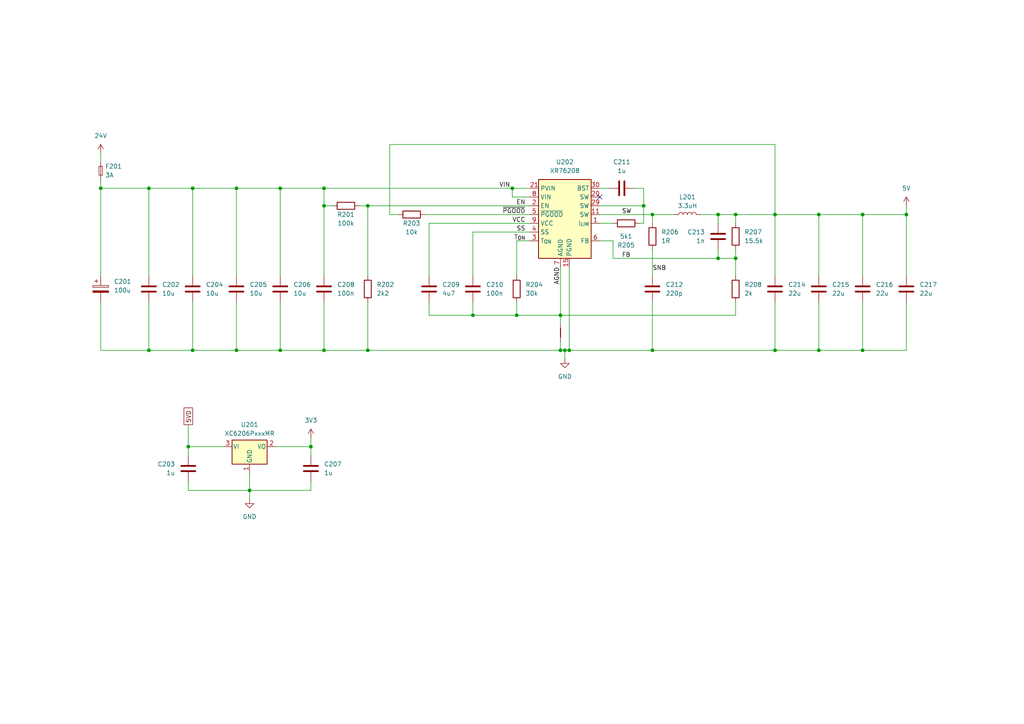
<source format=kicad_sch>
(kicad_sch (version 20250114) (generator "eeschema") (generator_version "9.0")
  (paper "A4")
  (title_block (title "EWS - Power, CANbus and USB HAT for 3D Printers") (date "2025-12-04") (rev "0.1") (company "Eduard Iten"))
  (lib_symbols
    (symbol "Device:C" (pin_numbers (hide yes)) (pin_names (offset 0.254))
      (property "Reference" "C" (at 0.635 2.54 0))
      (property "Value" "C" (at 0.635 -2.54 0))
      (symbol "C_0_1"
        (polyline (pts (xy -2.032 0.762) (xy 2.032 0.762)) (stroke (width 0.508)))
        (polyline (pts (xy -2.032 -0.762) (xy 2.032 -0.762)) (stroke (width 0.508)))
      )
      (symbol "C_1_1"
        (pin passive line (at 0 3.81 270) (length 2.794) (name "~") (number "1"))
        (pin passive line (at 0 -3.81 90) (length 2.794) (name "~") (number "2"))
      )
    )
    (symbol "Device:C_Polarized" (pin_numbers (hide yes)) (pin_names (offset 0.254))
      (property "Reference" "C" (at 0.635 2.54 0))
      (property "Value" "C_Polarized" (at 0.635 -2.54 0))
      (symbol "C_Polarized_0_1"
        (rectangle (start -2.286 0.508) (end 2.286 1.016))
        (polyline (pts (xy -1.778 2.286) (xy -0.762 2.286)))
        (polyline (pts (xy -1.27 2.794) (xy -1.27 1.778)))
        (rectangle (start 2.286 -0.508) (end -2.286 -1.016) (fill (type outline)))
      )
      (symbol "C_Polarized_1_1"
        (pin passive line (at 0 3.81 270) (length 2.794) (name "~") (number "1"))
        (pin passive line (at 0 -3.81 90) (length 2.794) (name "~") (number "2"))
      )
    )
    (symbol "Device:Fuse_Small" (pin_numbers (hide yes)) (pin_names (offset 0.254) (hide yes))
      (property "Reference" "F" (at 0 -1.524 0))
      (property "Value" "Fuse_Small" (at 0 1.524 0))
      (symbol "Fuse_Small_0_1"
        (rectangle (start -1.27 0.508) (end 1.27 -0.508))
        (polyline (pts (xy -1.27 0) (xy 1.27 0)))
      )
      (symbol "Fuse_Small_1_1"
        (pin passive line (at -2.54 0 0) (length 1.27) (name "~") (number "1"))
        (pin passive line (at 2.54 0 180) (length 1.27) (name "~") (number "2"))
      )
    )
    (symbol "Device:L" (pin_numbers (hide yes)) (pin_names (offset 1.016) (hide yes))
      (property "Reference" "L" (at -1.27 0 90))
      (property "Value" "L" (at 1.905 0 90))
      (symbol "L_0_1"
        (arc (start 0 2.54) (mid 0.6323 1.905) (end 0 1.27))
        (arc (start 0 1.27) (mid 0.6323 0.635) (end 0 0))
        (arc (start 0 0) (mid 0.6323 -0.635) (end 0 -1.27))
        (arc (start 0 -1.27) (mid 0.6323 -1.905) (end 0 -2.54))
      )
      (symbol "L_1_1"
        (pin passive line (at 0 3.81 270) (length 1.27) (name "1") (number "1"))
        (pin passive line (at 0 -3.81 90) (length 1.27) (name "2") (number "2"))
      )
    )
    (symbol "Device:NetTie_2" (pin_numbers (hide yes)) (pin_names (offset 0) (hide yes)) (in_bom no)
      (property "Reference" "NT" (at 0 1.27 0))
      (property "Value" "NetTie_2" (at 0 -1.27 0))
      (symbol "NetTie_2_0_1"
        (polyline (pts (xy -1.27 0) (xy 1.27 0)) (stroke (width 0.254)))
      )
      (symbol "NetTie_2_1_1"
        (pin passive line (at -2.54 0 0) (length 2.54) (name "1") (number "1"))
        (pin passive line (at 2.54 0 180) (length 2.54) (name "2") (number "2"))
      )
    )
    (symbol "Device:R" (pin_numbers (hide yes)) (pin_names (offset 0))
      (property "Reference" "R" (at 2.032 0 90))
      (property "Value" "R" (at 0 0 90))
      (symbol "R_0_1"
        (rectangle (start -1.016 -2.54) (end 1.016 2.54) (stroke (width 0.254)))
      )
      (symbol "R_1_1"
        (pin passive line (at 0 3.81 270) (length 1.27) (name "~") (number "1"))
        (pin passive line (at 0 -3.81 90) (length 1.27) (name "~") (number "2"))
      )
    )
    (symbol "Regulator_Linear:XC6206PxxxMR" (pin_names (offset 0.254))
      (property "Reference" "U" (at -3.81 3.175 0))
      (property "Value" "XC6206PxxxMR" (at 0 3.175 0))
      (symbol "XC6206PxxxMR_0_1"
        (rectangle (start -5.08 1.905) (end 5.08 -5.08) (stroke (width 0.254)) (fill (type background)))
      )
      (symbol "XC6206PxxxMR_1_1"
        (pin power_in line (at -7.62 0 0) (length 2.54) (name "VI") (number "3"))
        (pin power_in line (at 0 -7.62 90) (length 2.54) (name "GND") (number "1"))
        (pin power_out line (at 7.62 0 180) (length 2.54) (name "VO") (number "2"))
      )
    )
    (symbol "power:+24V" (power) (pin_numbers (hide yes)) (pin_names (offset 0) (hide yes))
      (property "Value" "+24V" (at 0 3.556 0))
      (symbol "+24V_0_1"
        (polyline (pts (xy -0.762 1.27) (xy 0 2.54)))
        (polyline (pts (xy 0 2.54) (xy 0.762 1.27)))
        (polyline (pts (xy 0 0) (xy 0 2.54)))
      )
      (symbol "+24V_1_1"
        (pin power_in line (at 0 0 90) (length 0) (name "~") (number "1"))
      )
    )
    (symbol "power:+3.3V" (power) (pin_numbers (hide yes)) (pin_names (offset 0) (hide yes))
      (property "Value" "+3.3V" (at 0 3.556 0))
      (symbol "+3.3V_0_1"
        (polyline (pts (xy -0.762 1.27) (xy 0 2.54)))
        (polyline (pts (xy 0 2.54) (xy 0.762 1.27)))
        (polyline (pts (xy 0 0) (xy 0 2.54)))
      )
      (symbol "+3.3V_1_1"
        (pin power_in line (at 0 0 90) (length 0) (name "~") (number "1"))
      )
    )
    (symbol "power:GND" (power) (pin_numbers (hide yes)) (pin_names (offset 0) (hide yes))
      (property "Value" "GND" (at 0 -3.81 0))
      (symbol "GND_0_1"
        (polyline (pts (xy 0 0) (xy 0 -1.27) (xy 1.27 -1.27) (xy 0 -2.54) (xy -1.27 -1.27) (xy 0 -1.27)))
      )
      (symbol "GND_1_1"
        (pin power_in line (at 0 0 270) (length 0) (name "~") (number "1"))
      )
    )
    (symbol "project:XR76208"
      (property "Reference" "U" (at 0 15.24 0))
      (property "Value" "XR76208" (at 0 12.7 0))
      (symbol "XR76208_1_1"
        (rectangle (start -7.62 11.43) (end 7.62 -11.43) (stroke (width 0.254)) (fill (type background)))
        (pin power_in line (at -10.16 8.89 0) (length 2.54) (name "PVIN") (number "21"))
        (pin passive line (at -10.16 8.89 0) (length 2.54) (hide yes) (name "PVIN") (number "22"))
        (pin passive line (at -10.16 8.89 0) (length 2.54) (hide yes) (name "PVIN") (number "23"))
        (pin passive line (at -10.16 8.89 0) (length 2.54) (hide yes) (name "PVIN") (number "24"))
        (pin passive line (at -10.16 8.89 0) (length 2.54) (hide yes) (name "PVIN") (number "25"))
        (pin passive line (at -10.16 8.89 0) (length 2.54) (hide yes) (name "PVIN") (number "26"))
        (pin passive line (at -10.16 8.89 0) (length 2.54) (hide yes) (name "PVIN") (number "27"))
        (pin passive line (at -10.16 8.89 0) (length 2.54) (hide yes) (name "PVIN") (number "28"))
        (pin power_in line (at -10.16 6.35 0) (length 2.54) (name "VIN") (number "8"))
        (pin passive line (at -10.16 3.81 0) (length 2.54) (name "EN") (number "2"))
        (pin passive line (at -10.16 1.27 0) (length 2.54) (name "~{PGOOD}") (number "5"))
        (pin passive line (at -10.16 -1.27 0) (length 2.54) (name "VCC") (number "9"))
        (pin passive line (at -10.16 -3.81 0) (length 2.54) (name "SS") (number "4"))
        (pin passive line (at -10.16 -6.35 0) (length 2.54) (name "T_{ON}") (number "3"))
        (pin passive line (at -1.27 -13.97 90) (length 2.54) (hide yes) (name "AGND") (number "10"))
        (pin passive line (at -1.27 -13.97 90) (length 2.54) (hide yes) (name "AGND") (number "31"))
        (pin passive line (at -1.27 -13.97 90) (length 2.54) (name "AGND") (number "7"))
        (pin passive line (at 1.27 -13.97 90) (length 2.54) (name "PGND") (number "15"))
        (pin passive line (at 1.27 -13.97 90) (length 2.54) (hide yes) (name "PGND") (number "16"))
        (pin passive line (at 1.27 -13.97 90) (length 2.54) (hide yes) (name "PGND") (number "17"))
        (pin passive line (at 1.27 -13.97 90) (length 2.54) (hide yes) (name "PGND") (number "18"))
        (pin passive line (at 1.27 -13.97 90) (length 2.54) (hide yes) (name "PGND") (number "19"))
        (pin passive line (at 10.16 8.89 180) (length 2.54) (name "BST") (number "30"))
        (pin passive line (at 10.16 6.35 180) (length 2.54) (name "SW") (number "20"))
        (pin power_out line (at 10.16 3.81 180) (length 2.54) (name "SW") (number "29"))
        (pin passive line (at 10.16 1.27 180) (length 2.54) (name "SW") (number "11"))
        (pin passive line (at 10.16 1.27 180) (length 2.54) (hide yes) (name "SW") (number "12"))
        (pin passive line (at 10.16 1.27 180) (length 2.54) (hide yes) (name "SW") (number "13"))
        (pin passive line (at 10.16 1.27 180) (length 2.54) (hide yes) (name "SW") (number "14"))
        (pin passive line (at 10.16 -1.27 180) (length 2.54) (name "I_{LIM}") (number "1"))
        (pin passive line (at 10.16 -6.35 180) (length 2.54) (name "FB") (number "6"))
      )
    )
  )
  (junction (at 106.68 59.69))
  (junction (at 54.61 129.54))
  (junction (at 68.58 54.61))
  (junction (at 90.17 129.54))
  (junction (at 68.58 101.6))
  (junction (at 250.19 62.23))
  (junction (at 55.88 54.61))
  (junction (at 262.89 62.23))
  (junction (at 55.88 101.6))
  (junction (at 149.86 91.44))
  (junction (at 237.49 101.6))
  (junction (at 224.79 101.6))
  (junction (at 137.16 91.44))
  (junction (at 43.18 54.61))
  (junction (at 224.79 62.23))
  (junction (at 186.69 59.69))
  (junction (at 162.56 91.44))
  (junction (at 93.98 54.61))
  (junction (at 81.28 101.6))
  (junction (at 81.28 54.61))
  (junction (at 213.36 74.93))
  (junction (at 93.98 101.6))
  (junction (at 237.49 62.23))
  (junction (at 43.18 101.6))
  (junction (at 106.68 101.6))
  (junction (at 29.21 54.61))
  (junction (at 148.59 54.61))
  (junction (at 72.39 142.24))
  (junction (at 162.56 101.6))
  (junction (at 250.19 101.6))
  (junction (at 93.98 59.69))
  (junction (at 163.83 101.6))
  (junction (at 189.23 101.6))
  (junction (at 165.1 101.6))
  (junction (at 208.28 74.93))
  (junction (at 208.28 62.23))
  (junction (at 213.36 62.23))
  (junction (at 189.23 62.23))
  (no_connect (at 173.99 57.15))
  (wire (pts (xy 29.21 101.6) (xy 43.18 101.6)))
  (wire (pts (xy 137.16 67.31) (xy 153.67 67.31)))
  (wire (pts (xy 250.19 62.23) (xy 237.49 62.23)))
  (wire (pts (xy 80.01 129.54) (xy 90.17 129.54)))
  (wire (pts (xy 189.23 101.6) (xy 224.79 101.6)))
  (wire (pts (xy 106.68 87.63) (xy 106.68 101.6)))
  (wire (pts (xy 208.28 62.23) (xy 213.36 62.23)))
  (wire (pts (xy 123.19 62.23) (xy 153.67 62.23)))
  (wire (pts (xy 224.79 101.6) (xy 237.49 101.6)))
  (wire (pts (xy 213.36 87.63) (xy 213.36 91.44)))
  (wire (pts (xy 149.86 91.44) (xy 149.86 87.63)))
  (wire (pts (xy 29.21 87.63) (xy 29.21 101.6)))
  (wire (pts (xy 262.89 87.63) (xy 262.89 101.6)))
  (wire (pts (xy 72.39 142.24) (xy 90.17 142.24)))
  (wire (pts (xy 54.61 123.19) (xy 54.61 129.54)))
  (wire (pts (xy 68.58 54.61) (xy 68.58 80.01)))
  (wire (pts (xy 163.83 101.6) (xy 165.1 101.6)))
  (wire (pts (xy 189.23 72.39) (xy 189.23 80.01)))
  (wire (pts (xy 203.2 62.23) (xy 208.28 62.23)))
  (wire (pts (xy 104.14 59.69) (xy 106.68 59.69)))
  (wire (pts (xy 208.28 74.93) (xy 213.36 74.93)))
  (wire (pts (xy 29.21 54.61) (xy 43.18 54.61)))
  (wire (pts (xy 43.18 54.61) (xy 43.18 80.01)))
  (wire (pts (xy 54.61 139.7) (xy 54.61 142.24)))
  (wire (pts (xy 262.89 59.69) (xy 262.89 62.23)))
  (wire (pts (xy 173.99 62.23) (xy 189.23 62.23)))
  (wire (pts (xy 55.88 80.01) (xy 55.88 54.61)))
  (wire (pts (xy 29.21 44.45) (xy 29.21 46.99)))
  (wire (pts (xy 137.16 87.63) (xy 137.16 91.44)))
  (wire (pts (xy 72.39 142.24) (xy 72.39 144.78)))
  (wire (pts (xy 189.23 62.23) (xy 189.23 64.77)))
  (wire (pts (xy 93.98 101.6) (xy 106.68 101.6)))
  (wire (pts (xy 250.19 87.63) (xy 250.19 101.6)))
  (wire (pts (xy 43.18 101.6) (xy 55.88 101.6)))
  (wire (pts (xy 149.86 69.85) (xy 149.86 80.01)))
  (wire (pts (xy 137.16 91.44) (xy 149.86 91.44)))
  (wire (pts (xy 262.89 62.23) (xy 250.19 62.23)))
  (wire (pts (xy 43.18 87.63) (xy 43.18 101.6)))
  (wire (pts (xy 250.19 80.01) (xy 250.19 62.23)))
  (wire (pts (xy 149.86 69.85) (xy 153.67 69.85)))
  (wire (pts (xy 90.17 127) (xy 90.17 129.54)))
  (wire (pts (xy 162.56 91.44) (xy 162.56 93.98)))
  (wire (pts (xy 162.56 101.6) (xy 163.83 101.6)))
  (wire (pts (xy 237.49 62.23) (xy 224.79 62.23)))
  (wire (pts (xy 165.1 77.47) (xy 165.1 101.6)))
  (wire (pts (xy 186.69 54.61) (xy 186.69 59.69)))
  (wire (pts (xy 208.28 62.23) (xy 208.28 64.77)))
  (wire (pts (xy 29.21 52.07) (xy 29.21 54.61)))
  (wire (pts (xy 148.59 57.15) (xy 153.67 57.15)))
  (wire (pts (xy 93.98 54.61) (xy 93.98 59.69)))
  (wire (pts (xy 208.28 72.39) (xy 208.28 74.93)))
  (wire (pts (xy 262.89 101.6) (xy 250.19 101.6)))
  (wire (pts (xy 93.98 87.63) (xy 93.98 101.6)))
  (wire (pts (xy 68.58 54.61) (xy 81.28 54.61)))
  (wire (pts (xy 162.56 91.44) (xy 149.86 91.44)))
  (wire (pts (xy 54.61 142.24) (xy 72.39 142.24)))
  (wire (pts (xy 177.8 74.93) (xy 177.8 69.85)))
  (wire (pts (xy 81.28 54.61) (xy 81.28 80.01)))
  (wire (pts (xy 68.58 87.63) (xy 68.58 101.6)))
  (wire (pts (xy 184.15 54.61) (xy 186.69 54.61)))
  (wire (pts (xy 162.56 99.06) (xy 162.56 101.6)))
  (wire (pts (xy 177.8 74.93) (xy 208.28 74.93)))
  (wire (pts (xy 213.36 62.23) (xy 224.79 62.23)))
  (wire (pts (xy 224.79 62.23) (xy 224.79 80.01)))
  (wire (pts (xy 124.46 64.77) (xy 153.67 64.77)))
  (wire (pts (xy 54.61 129.54) (xy 54.61 132.08)))
  (wire (pts (xy 29.21 80.01) (xy 29.21 54.61)))
  (wire (pts (xy 237.49 80.01) (xy 237.49 62.23)))
  (wire (pts (xy 81.28 54.61) (xy 93.98 54.61)))
  (wire (pts (xy 106.68 101.6) (xy 162.56 101.6)))
  (wire (pts (xy 213.36 62.23) (xy 213.36 64.77)))
  (wire (pts (xy 43.18 54.61) (xy 55.88 54.61)))
  (wire (pts (xy 124.46 80.01) (xy 124.46 64.77)))
  (wire (pts (xy 237.49 87.63) (xy 237.49 101.6)))
  (wire (pts (xy 93.98 80.01) (xy 93.98 59.69)))
  (wire (pts (xy 148.59 57.15) (xy 148.59 54.61)))
  (wire (pts (xy 124.46 91.44) (xy 137.16 91.44)))
  (wire (pts (xy 237.49 101.6) (xy 250.19 101.6)))
  (wire (pts (xy 213.36 91.44) (xy 162.56 91.44)))
  (wire (pts (xy 81.28 87.63) (xy 81.28 101.6)))
  (wire (pts (xy 113.03 62.23) (xy 113.03 41.91)))
  (wire (pts (xy 90.17 142.24) (xy 90.17 139.7)))
  (wire (pts (xy 93.98 54.61) (xy 148.59 54.61)))
  (wire (pts (xy 55.88 87.63) (xy 55.88 101.6)))
  (wire (pts (xy 113.03 41.91) (xy 224.79 41.91)))
  (wire (pts (xy 262.89 80.01) (xy 262.89 62.23)))
  (wire (pts (xy 96.52 59.69) (xy 93.98 59.69)))
  (wire (pts (xy 224.79 41.91) (xy 224.79 62.23)))
  (wire (pts (xy 177.8 69.85) (xy 173.99 69.85)))
  (wire (pts (xy 162.56 77.47) (xy 162.56 91.44)))
  (wire (pts (xy 55.88 54.61) (xy 68.58 54.61)))
  (wire (pts (xy 189.23 62.23) (xy 195.58 62.23)))
  (wire (pts (xy 55.88 101.6) (xy 68.58 101.6)))
  (wire (pts (xy 173.99 59.69) (xy 186.69 59.69)))
  (wire (pts (xy 81.28 101.6) (xy 93.98 101.6)))
  (wire (pts (xy 54.61 129.54) (xy 64.77 129.54)))
  (wire (pts (xy 213.36 74.93) (xy 213.36 80.01)))
  (wire (pts (xy 185.42 64.77) (xy 186.69 64.77)))
  (wire (pts (xy 68.58 101.6) (xy 81.28 101.6)))
  (wire (pts (xy 115.57 62.23) (xy 113.03 62.23)))
  (wire (pts (xy 163.83 101.6) (xy 163.83 104.14)))
  (wire (pts (xy 137.16 80.01) (xy 137.16 67.31)))
  (wire (pts (xy 124.46 87.63) (xy 124.46 91.44)))
  (wire (pts (xy 106.68 59.69) (xy 106.68 80.01)))
  (wire (pts (xy 224.79 87.63) (xy 224.79 101.6)))
  (wire (pts (xy 148.59 54.61) (xy 153.67 54.61)))
  (wire (pts (xy 165.1 101.6) (xy 189.23 101.6)))
  (wire (pts (xy 173.99 64.77) (xy 177.8 64.77)))
  (wire (pts (xy 213.36 72.39) (xy 213.36 74.93)))
  (wire (pts (xy 90.17 132.08) (xy 90.17 129.54)))
  (wire (pts (xy 173.99 54.61) (xy 176.53 54.61)))
  (wire (pts (xy 186.69 64.77) (xy 186.69 59.69)))
  (wire (pts (xy 106.68 59.69) (xy 153.67 59.69)))
  (wire (pts (xy 72.39 137.16) (xy 72.39 142.24)))
  (wire (pts (xy 189.23 87.63) (xy 189.23 101.6)))
  (label "FB" (at 180.34 74.93 0))
  (label "~{PGOOD}" (at 152.4 62.23 180))
  (label "SW" (at 180.34 62.23 0))
  (label "VCC" (at 152.4 64.77 180))
  (label "VIN" (at 144.78 54.61 0))
  (label "EN" (at 152.4 59.69 180))
  (label "AGND" (at 162.56 82.55 90))
  (label "SS" (at 152.4 67.31 180))
  (label "T_{ON}" (at 152.4 69.85 180))
  (label "SNB" (at 189.23 78.74 0))
  (global_label "5VD" (shape passive) (at 54.61 123.19 90) (property "Intersheetrefs" "${INTERSHEET_REFS}" (effects (hide yes))))
  (symbol (lib_id "Device:C") (at 68.58 83.82 0) (unit 1)
    (property "Reference" "C205" (at 72.39 82.5499 0) (effects (justify left)))
    (property "Value" "10u" (at 72.39 85.0899 0) (effects (justify left)))
    (property "Footprint" "Capacitor_SMD:C_1206_3216Metric" (effects (hide yes)))
    (property "Description" "Unpolarized capacitor" (effects (hide yes)))
    (property "Manufacturer Part #" "CL31A106KBHNNNE" (effects (hide yes)))
    (property "LCSC Part #" "C13585" (effects (hide yes)))
  )
  (symbol (lib_id "Device:R") (at 213.36 68.58 0) (unit 1)
    (property "Reference" "R207" (at 215.9 67.3099 0) (effects (justify left)))
    (property "Value" "15.5k" (at 215.9 69.8499 0) (effects (justify left)))
    (property "Footprint" "Resistor_SMD:R_0402_1005Metric" (effects (hide yes)))
    (property "Description" "Resistor" (effects (hide yes)))
  )
  (symbol (lib_id "Device:NetTie_2") (at 162.56 96.52 90) (unit 1) (in_bom no)
    (property "Reference" "NT201" (effects (hide yes)))
    (property "Value" "NetTie_2" (effects (hide yes)))
    (property "Footprint" "NetTie:NetTie-2_SMD_Pad0.5mm" (effects (hide yes)))
    (property "Description" "Net tie, 2 pins" (effects (hide yes)))
  )
  (symbol (lib_id "Device:R") (at 106.68 83.82 0) (unit 1)
    (property "Reference" "R202" (at 109.22 82.5499 0) (effects (justify left)))
    (property "Value" "2k2" (at 109.22 85.0899 0) (effects (justify left)))
    (property "Footprint" "Resistor_SMD:R_0402_1005Metric" (effects (hide yes)))
    (property "Description" "Resistor" (effects (hide yes)))
  )
  (symbol (lib_id "Device:C") (at 55.88 83.82 0) (unit 1)
    (property "Reference" "C204" (at 59.69 82.5499 0) (effects (justify left)))
    (property "Value" "10u" (at 59.69 85.0899 0) (effects (justify left)))
    (property "Footprint" "Capacitor_SMD:C_1206_3216Metric" (effects (hide yes)))
    (property "Description" "Unpolarized capacitor" (effects (hide yes)))
    (property "Manufacturer Part #" "CL31A106KBHNNNE" (effects (hide yes)))
    (property "LCSC Part #" "C13585" (effects (hide yes)))
  )
  (symbol (lib_id "power:+24V") (at 29.21 44.45 0) (unit 1)
    (property "Reference" "#PWR0201" (effects (hide yes)))
    (property "Value" "24V" (at 29.21 39.37 0))
    (property "Description" "Power symbol creates a global label with name \"+24V\"" (effects (hide yes)))
  )
  (symbol (lib_id "Device:C") (at 224.79 83.82 0) (unit 1)
    (property "Reference" "C214" (at 228.6 82.5499 0) (effects (justify left)))
    (property "Value" "22u" (at 228.6 85.0899 0) (effects (justify left)))
    (property "Footprint" "Capacitor_SMD:C_1206_3216Metric" (effects (hide yes)))
    (property "Description" "Unpolarized capacitor" (effects (hide yes)))
  )
  (symbol (lib_id "Device:C") (at 81.28 83.82 0) (unit 1)
    (property "Reference" "C206" (at 85.09 82.5499 0) (effects (justify left)))
    (property "Value" "10u" (at 85.09 85.0899 0) (effects (justify left)))
    (property "Footprint" "Capacitor_SMD:C_1206_3216Metric" (effects (hide yes)))
    (property "Description" "Unpolarized capacitor" (effects (hide yes)))
    (property "Manufacturer Part #" "CL31A106KBHNNNE" (effects (hide yes)))
    (property "LCSC Part #" "C13585" (effects (hide yes)))
  )
  (symbol (lib_id "Device:R") (at 181.61 64.77 270) (unit 1)
    (property "Reference" "R205" (at 181.61 71.12 90))
    (property "Value" "5k1" (at 181.61 68.58 90))
    (property "Footprint" "Resistor_SMD:R_0402_1005Metric" (effects (hide yes)))
    (property "Description" "Resistor" (effects (hide yes)))
  )
  (symbol (lib_id "Device:C_Polarized") (at 29.21 83.82 0) (unit 1)
    (property "Reference" "C201" (at 33.02 81.6609 0) (effects (justify left)))
    (property "Value" "100u" (at 33.02 84.2009 0) (effects (justify left)))
    (property "Footprint" "Capacitor_SMD:CP_Elec_6.3x7.7" (effects (hide yes)))
    (property "Description" "Polarized capacitor" (effects (hide yes)))
    (property "Manufacturer Part #" "RVT1H101M0607" (effects (hide yes)))
    (property "LCSC Part #" "C3151829" (effects (hide yes)))
  )
  (symbol (lib_id "power:GND") (at 72.39 144.78 0) (unit 1)
    (property "Reference" "#PWR0202" (effects (hide yes)))
    (property "Value" "GND" (at 72.39 149.86 0))
    (property "Description" "Power symbol creates a global label with name \"GND\" , ground" (effects (hide yes)))
  )
  (symbol (lib_id "Device:R") (at 213.36 83.82 0) (unit 1)
    (property "Reference" "R208" (at 215.9 82.5499 0) (effects (justify left)))
    (property "Value" "2k" (at 215.9 85.0899 0) (effects (justify left)))
    (property "Footprint" "Resistor_SMD:R_0402_1005Metric" (effects (hide yes)))
    (property "Description" "Resistor" (effects (hide yes)))
  )
  (symbol (lib_id "Device:C") (at 54.61 135.89 0) (mirror x) (unit 1)
    (property "Reference" "C203" (at 50.8 134.6199 0) (effects (justify right)))
    (property "Value" "1u" (at 50.8 137.1599 0) (effects (justify right)))
    (property "Footprint" "Capacitor_SMD:C_0402_1005Metric" (effects (hide yes)))
    (property "Description" "Unpolarized capacitor" (effects (hide yes)))
  )
  (symbol (lib_id "Device:R") (at 119.38 62.23 90) (mirror x) (unit 1)
    (property "Reference" "R203" (at 119.38 64.77 90))
    (property "Value" "10k" (at 119.38 67.31 90))
    (property "Footprint" "Resistor_SMD:R_0402_1005Metric" (effects (hide yes)))
    (property "Description" "Resistor" (effects (hide yes)))
  )
  (symbol (lib_id "Device:C") (at 93.98 83.82 0) (unit 1)
    (property "Reference" "C208" (at 97.79 82.5499 0) (effects (justify left)))
    (property "Value" "100n" (at 97.79 85.0899 0) (effects (justify left)))
    (property "Footprint" "Capacitor_SMD:C_0402_1005Metric" (effects (hide yes)))
    (property "Description" "Unpolarized capacitor" (effects (hide yes)))
  )
  (symbol (lib_id "power:+3.3V") (at 90.17 127 0) (unit 1)
    (property "Reference" "#PWR0203" (effects (hide yes)))
    (property "Value" "3V3" (at 90.17 121.92 0))
    (property "Description" "Power symbol creates a global label with name \"+3.3V\"" (effects (hide yes)))
  )
  (symbol (lib_id "Device:R") (at 149.86 83.82 0) (unit 1)
    (property "Reference" "R204" (at 152.4 82.5499 0) (effects (justify left)))
    (property "Value" "30k" (at 152.4 85.0899 0) (effects (justify left)))
    (property "Footprint" "Resistor_SMD:R_0402_1005Metric" (effects (hide yes)))
    (property "Description" "Resistor" (effects (hide yes)))
  )
  (symbol (lib_id "Device:C") (at 43.18 83.82 0) (unit 1)
    (property "Reference" "C202" (at 46.99 82.5499 0) (effects (justify left)))
    (property "Value" "10u" (at 46.99 85.0899 0) (effects (justify left)))
    (property "Footprint" "Capacitor_SMD:C_1206_3216Metric" (effects (hide yes)))
    (property "Description" "Unpolarized capacitor" (effects (hide yes)))
    (property "Manufacturer Part #" "CL31A106KBHNNNE" (effects (hide yes)))
    (property "LCSC Part #" "C13585" (effects (hide yes)))
  )
  (symbol (lib_id "Device:R") (at 189.23 68.58 0) (unit 1)
    (property "Reference" "R206" (at 191.77 67.3099 0) (effects (justify left)))
    (property "Value" "1R" (at 191.77 69.8499 0) (effects (justify left)))
    (property "Footprint" "Resistor_SMD:R_0603_1608Metric" (effects (hide yes)))
    (property "Description" "Resistor" (effects (hide yes)))
  )
  (symbol (lib_id "Device:C") (at 250.19 83.82 0) (unit 1)
    (property "Reference" "C216" (at 254 82.5499 0) (effects (justify left)))
    (property "Value" "22u" (at 254 85.0899 0) (effects (justify left)))
    (property "Footprint" "Capacitor_SMD:C_1206_3216Metric" (effects (hide yes)))
    (property "Description" "Unpolarized capacitor" (effects (hide yes)))
  )
  (symbol (lib_id "power:GND") (at 163.83 104.14 0) (unit 1)
    (property "Reference" "#PWR0204" (effects (hide yes)))
    (property "Value" "GND" (at 163.83 109.22 0))
    (property "Description" "Power symbol creates a global label with name \"GND\" , ground" (effects (hide yes)))
  )
  (symbol (lib_id "Device:L") (at 199.39 62.23 90) (unit 1)
    (property "Reference" "L201" (at 199.39 57.15 90))
    (property "Value" "3.3uH" (at 199.39 59.69 90))
    (property "Footprint" "Inductor_SMD:L_APV_APH1050" (effects (hide yes)))
    (property "Description" "Inductor" (effects (hide yes)))
    (property "Manufacturer Part #" "MDA1050-3R3M" (effects (hide yes)))
    (property "LCSC Part #" "C2847560" (effects (hide yes)))
  )
  (symbol (lib_id "project:XR76208") (at 163.83 63.5 0) (unit 1)
    (property "Reference" "U202" (at 163.83 46.99 0))
    (property "Value" "XR76208" (at 163.83 49.53 0))
    (property "Footprint" "project:IC_XR76203ELTR-F" (effects (hide yes)))
  )
  (symbol (lib_id "Device:C") (at 208.28 68.58 0) (mirror y) (unit 1)
    (property "Reference" "C213" (at 204.47 67.3099 0) (effects (justify left)))
    (property "Value" "1n" (at 204.47 69.8499 0) (effects (justify left)))
    (property "Footprint" "Capacitor_SMD:C_0402_1005Metric" (effects (hide yes)))
    (property "Description" "Unpolarized capacitor" (effects (hide yes)))
  )
  (symbol (lib_id "Device:Fuse_Small") (at 29.21 49.53 90) (unit 1)
    (property "Reference" "F201" (at 30.48 48.2599 90) (effects (justify right)))
    (property "Value" "3A" (at 30.48 50.7999 90) (effects (justify right)))
    (property "Footprint" "Fuse:Fuse_1206_3216Metric_Pad1.42x1.75mm_HandSolder" (effects (hide yes)))
    (property "Description" "Fuse, small symbol" (effects (hide yes)))
  )
  (symbol (lib_id "Device:C") (at 137.16 83.82 0) (unit 1)
    (property "Reference" "C210" (at 140.97 82.5499 0) (effects (justify left)))
    (property "Value" "100n" (at 140.97 85.0899 0) (effects (justify left)))
    (property "Footprint" "Capacitor_SMD:C_0402_1005Metric" (effects (hide yes)))
    (property "Description" "Unpolarized capacitor" (effects (hide yes)))
  )
  (symbol (lib_id "Device:R") (at 100.33 59.69 90) (mirror x) (unit 1)
    (property "Reference" "R201" (at 100.33 62.23 90))
    (property "Value" "100k" (at 100.33 64.77 90))
    (property "Footprint" "Resistor_SMD:R_0402_1005Metric" (effects (hide yes)))
    (property "Description" "Resistor" (effects (hide yes)))
  )
  (symbol (lib_id "Device:C") (at 262.89 83.82 0) (unit 1)
    (property "Reference" "C217" (at 266.7 82.5499 0) (effects (justify left)))
    (property "Value" "22u" (at 266.7 85.0899 0) (effects (justify left)))
    (property "Footprint" "Capacitor_SMD:C_1206_3216Metric" (effects (hide yes)))
    (property "Description" "Unpolarized capacitor" (effects (hide yes)))
  )
  (symbol (lib_id "Device:C") (at 90.17 135.89 180) (unit 1)
    (property "Reference" "C207" (at 93.98 134.6199 0) (effects (justify right)))
    (property "Value" "1u" (at 93.98 137.1599 0) (effects (justify right)))
    (property "Footprint" "Capacitor_SMD:C_0402_1005Metric" (effects (hide yes)))
    (property "Description" "Unpolarized capacitor" (effects (hide yes)))
  )
  (symbol (lib_id "Device:C") (at 180.34 54.61 90) (unit 1)
    (property "Reference" "C211" (at 180.34 46.99 90))
    (property "Value" "1u" (at 180.34 49.53 90))
    (property "Footprint" "Capacitor_SMD:C_0402_1005Metric" (effects (hide yes)))
    (property "Description" "Unpolarized capacitor" (effects (hide yes)))
  )
  (symbol (lib_id "power:+3.3V") (at 262.89 59.69 0) (unit 1)
    (property "Reference" "#PWR0205" (effects (hide yes)))
    (property "Value" "5V" (at 262.89 54.61 0))
    (property "Description" "Power symbol creates a global label with name \"+3.3V\"" (effects (hide yes)))
  )
  (symbol (lib_id "Device:C") (at 237.49 83.82 0) (unit 1)
    (property "Reference" "C215" (at 241.3 82.5499 0) (effects (justify left)))
    (property "Value" "22u" (at 241.3 85.0899 0) (effects (justify left)))
    (property "Footprint" "Capacitor_SMD:C_1206_3216Metric" (effects (hide yes)))
    (property "Description" "Unpolarized capacitor" (effects (hide yes)))
  )
  (symbol (lib_id "Regulator_Linear:XC6206PxxxMR") (at 72.39 129.54 0) (unit 1)
    (property "Reference" "U201" (at 72.39 123.19 0))
    (property "Value" "XC6206PxxxMR" (at 72.39 125.73 0))
    (property "Footprint" "Package_TO_SOT_SMD:SOT-23-3" (effects (hide yes)))
    (property "Datasheet" "https://www.torexsemi.com/file/xc6206/XC6206.pdf" (effects (hide yes)))
    (property "Description" "Positive 60-250mA Low Dropout Regulator, Fixed Output, SOT-23" (effects (hide yes)))
  )
  (symbol (lib_id "Device:C") (at 124.46 83.82 0) (unit 1)
    (property "Reference" "C209" (at 128.27 82.5499 0) (effects (justify left)))
    (property "Value" "4u7" (at 128.27 85.0899 0) (effects (justify left)))
    (property "Footprint" "Capacitor_SMD:C_0402_1005Metric" (effects (hide yes)))
    (property "Description" "Unpolarized capacitor" (effects (hide yes)))
    (property "Manufacturer Part #" "CL05A475MP5NRNC" (effects (hide yes)))
    (property "LCSC Part #" "C23733" (effects (hide yes)))
  )
  (symbol (lib_id "Device:C") (at 189.23 83.82 0) (unit 1)
    (property "Reference" "C212" (at 193.04 82.5499 0) (effects (justify left)))
    (property "Value" "220p" (at 193.04 85.0899 0) (effects (justify left)))
    (property "Footprint" "Capacitor_SMD:C_0603_1608Metric" (effects (hide yes)))
    (property "Description" "Unpolarized capacitor" (effects (hide yes)))
  )
)
</source>
